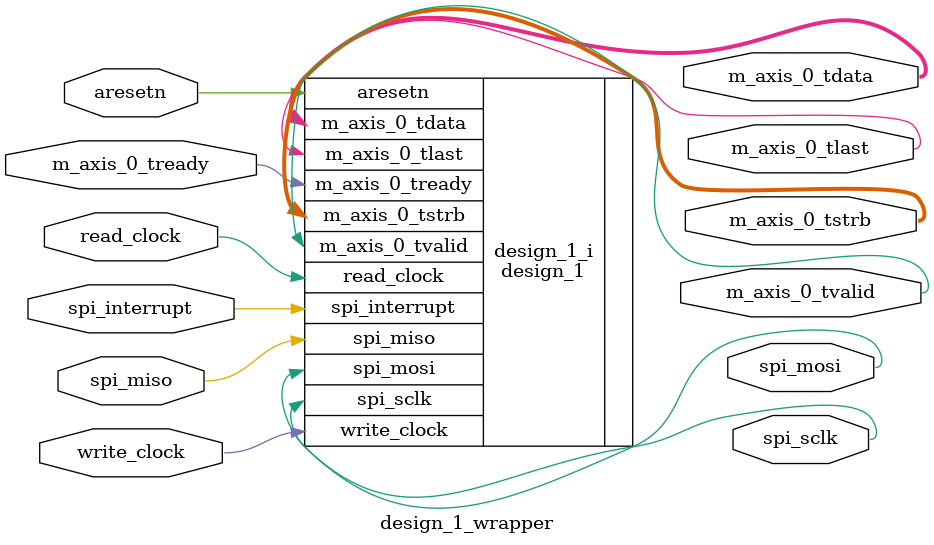
<source format=v>
`timescale 1 ps / 1 ps

module design_1_wrapper
   (aresetn,
    m_axis_0_tdata,
    m_axis_0_tlast,
    m_axis_0_tready,
    m_axis_0_tstrb,
    m_axis_0_tvalid,
    read_clock,
    spi_interrupt,
    spi_miso,
    spi_mosi,
    spi_sclk,
    write_clock);
  input aresetn;
  output [31:0]m_axis_0_tdata;
  output m_axis_0_tlast;
  input m_axis_0_tready;
  output [3:0]m_axis_0_tstrb;
  output m_axis_0_tvalid;
  input read_clock;
  input spi_interrupt;
  input spi_miso;
  output spi_mosi;
  output spi_sclk;
  input write_clock;

  wire aresetn;
  wire [31:0]m_axis_0_tdata;
  wire m_axis_0_tlast;
  wire m_axis_0_tready;
  wire [3:0]m_axis_0_tstrb;
  wire m_axis_0_tvalid;
  wire read_clock;
  wire spi_interrupt;
  wire spi_miso;
  wire spi_mosi;
  wire spi_sclk;
  wire write_clock;

  design_1 design_1_i
       (.aresetn(aresetn),
        .m_axis_0_tdata(m_axis_0_tdata),
        .m_axis_0_tlast(m_axis_0_tlast),
        .m_axis_0_tready(m_axis_0_tready),
        .m_axis_0_tstrb(m_axis_0_tstrb),
        .m_axis_0_tvalid(m_axis_0_tvalid),
        .read_clock(read_clock),
        .spi_interrupt(spi_interrupt),
        .spi_miso(spi_miso),
        .spi_mosi(spi_mosi),
        .spi_sclk(spi_sclk),
        .write_clock(write_clock));
endmodule

</source>
